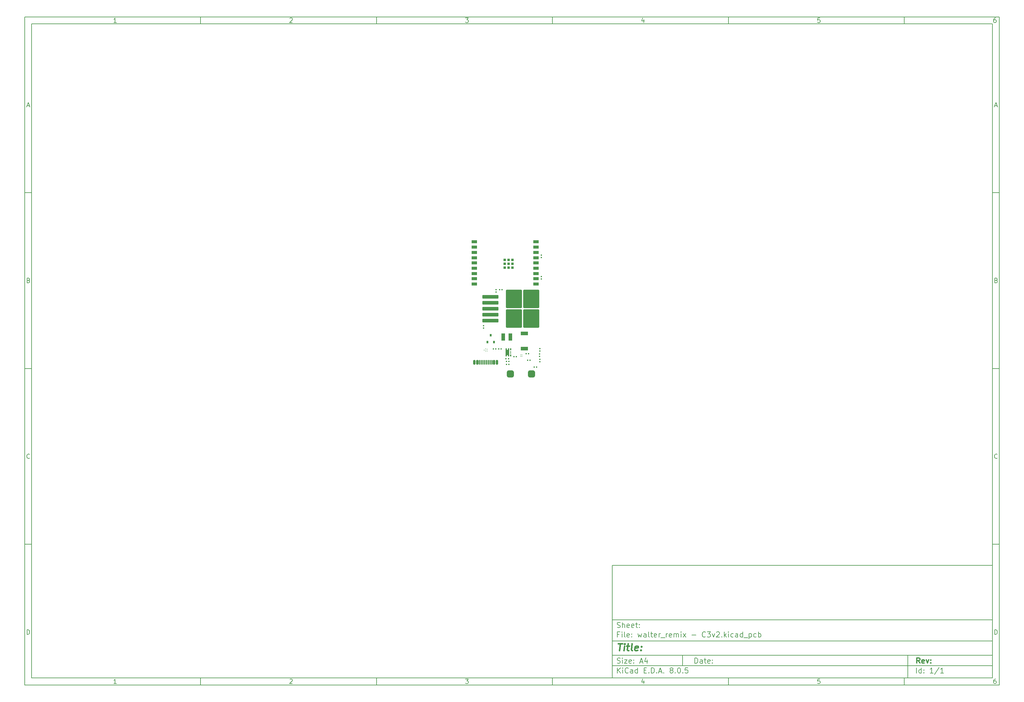
<source format=gbr>
%TF.GenerationSoftware,KiCad,Pcbnew,8.0.5*%
%TF.CreationDate,2024-12-27T02:30:01+01:00*%
%TF.ProjectId,walter_remix - C3v2,77616c74-6572-45f7-9265-6d6978202d20,rev?*%
%TF.SameCoordinates,Original*%
%TF.FileFunction,Paste,Top*%
%TF.FilePolarity,Positive*%
%FSLAX45Y45*%
G04 Gerber Fmt 4.5, Leading zero omitted, Abs format (unit mm)*
G04 Created by KiCad (PCBNEW 8.0.5) date 2024-12-27 02:30:01*
%MOMM*%
%LPD*%
G01*
G04 APERTURE LIST*
G04 Aperture macros list*
%AMRoundRect*
0 Rectangle with rounded corners*
0 $1 Rounding radius*
0 $2 $3 $4 $5 $6 $7 $8 $9 X,Y pos of 4 corners*
0 Add a 4 corners polygon primitive as box body*
4,1,4,$2,$3,$4,$5,$6,$7,$8,$9,$2,$3,0*
0 Add four circle primitives for the rounded corners*
1,1,$1+$1,$2,$3*
1,1,$1+$1,$4,$5*
1,1,$1+$1,$6,$7*
1,1,$1+$1,$8,$9*
0 Add four rect primitives between the rounded corners*
20,1,$1+$1,$2,$3,$4,$5,0*
20,1,$1+$1,$4,$5,$6,$7,0*
20,1,$1+$1,$6,$7,$8,$9,0*
20,1,$1+$1,$8,$9,$2,$3,0*%
G04 Aperture macros list end*
%ADD10C,0.100000*%
%ADD11C,0.150000*%
%ADD12C,0.300000*%
%ADD13C,0.400000*%
%ADD14R,1.500000X0.900000*%
%ADD15R,0.700000X0.700000*%
%ADD16R,0.600000X0.700000*%
%ADD17R,0.180000X0.250000*%
%ADD18RoundRect,0.079500X-0.079500X-0.100500X0.079500X-0.100500X0.079500X0.100500X-0.079500X0.100500X0*%
%ADD19RoundRect,0.079500X0.079500X0.100500X-0.079500X0.100500X-0.079500X-0.100500X0.079500X-0.100500X0*%
%ADD20RoundRect,0.079500X0.100500X-0.079500X0.100500X0.079500X-0.100500X0.079500X-0.100500X-0.079500X0*%
%ADD21RoundRect,0.079500X-0.100500X0.079500X-0.100500X-0.079500X0.100500X-0.079500X0.100500X0.079500X0*%
%ADD22RoundRect,0.250000X-2.050000X-0.300000X2.050000X-0.300000X2.050000X0.300000X-2.050000X0.300000X0*%
%ADD23RoundRect,0.250000X-2.025000X-2.375000X2.025000X-2.375000X2.025000X2.375000X-2.025000X2.375000X0*%
%ADD24R,0.400000X0.500000*%
%ADD25R,1.050000X1.600000*%
%ADD26R,0.285000X0.920000*%
%ADD27R,1.000000X2.000000*%
%ADD28RoundRect,0.150000X-0.150000X-0.500000X0.150000X-0.500000X0.150000X0.500000X-0.150000X0.500000X0*%
%ADD29RoundRect,0.075000X-0.075000X-0.575000X0.075000X-0.575000X0.075000X0.575000X-0.075000X0.575000X0*%
%ADD30C,0.200000*%
%ADD31R,2.000000X1.000000*%
%ADD32RoundRect,0.500000X-0.500000X-0.500000X0.500000X-0.500000X0.500000X0.500000X-0.500000X0.500000X0*%
G04 APERTURE END LIST*
D10*
D11*
X17700220Y-16600720D02*
X28500220Y-16600720D01*
X28500220Y-19800720D01*
X17700220Y-19800720D01*
X17700220Y-16600720D01*
D10*
D11*
X1000000Y-1000000D02*
X28700220Y-1000000D01*
X28700220Y-20000720D01*
X1000000Y-20000720D01*
X1000000Y-1000000D01*
D10*
D11*
X1200000Y-1200000D02*
X28500220Y-1200000D01*
X28500220Y-19800720D01*
X1200000Y-19800720D01*
X1200000Y-1200000D01*
D10*
D11*
X6000000Y-1200000D02*
X6000000Y-1000000D01*
D10*
D11*
X11000000Y-1200000D02*
X11000000Y-1000000D01*
D10*
D11*
X16000000Y-1200000D02*
X16000000Y-1000000D01*
D10*
D11*
X21000000Y-1200000D02*
X21000000Y-1000000D01*
D10*
D11*
X26000000Y-1200000D02*
X26000000Y-1000000D01*
D10*
D11*
X3608916Y-1159360D02*
X3534630Y-1159360D01*
X3571773Y-1159360D02*
X3571773Y-1029360D01*
X3571773Y-1029360D02*
X3559392Y-1047932D01*
X3559392Y-1047932D02*
X3547011Y-1060313D01*
X3547011Y-1060313D02*
X3534630Y-1066503D01*
D10*
D11*
X8534630Y-1041741D02*
X8540821Y-1035551D01*
X8540821Y-1035551D02*
X8553202Y-1029360D01*
X8553202Y-1029360D02*
X8584154Y-1029360D01*
X8584154Y-1029360D02*
X8596535Y-1035551D01*
X8596535Y-1035551D02*
X8602726Y-1041741D01*
X8602726Y-1041741D02*
X8608916Y-1054122D01*
X8608916Y-1054122D02*
X8608916Y-1066503D01*
X8608916Y-1066503D02*
X8602726Y-1085075D01*
X8602726Y-1085075D02*
X8528440Y-1159360D01*
X8528440Y-1159360D02*
X8608916Y-1159360D01*
D10*
D11*
X13528440Y-1029360D02*
X13608916Y-1029360D01*
X13608916Y-1029360D02*
X13565583Y-1078884D01*
X13565583Y-1078884D02*
X13584154Y-1078884D01*
X13584154Y-1078884D02*
X13596535Y-1085075D01*
X13596535Y-1085075D02*
X13602725Y-1091265D01*
X13602725Y-1091265D02*
X13608916Y-1103646D01*
X13608916Y-1103646D02*
X13608916Y-1134599D01*
X13608916Y-1134599D02*
X13602725Y-1146980D01*
X13602725Y-1146980D02*
X13596535Y-1153170D01*
X13596535Y-1153170D02*
X13584154Y-1159360D01*
X13584154Y-1159360D02*
X13547011Y-1159360D01*
X13547011Y-1159360D02*
X13534630Y-1153170D01*
X13534630Y-1153170D02*
X13528440Y-1146980D01*
D10*
D11*
X18596535Y-1072694D02*
X18596535Y-1159360D01*
X18565583Y-1023170D02*
X18534630Y-1116027D01*
X18534630Y-1116027D02*
X18615106Y-1116027D01*
D10*
D11*
X23602725Y-1029360D02*
X23540821Y-1029360D01*
X23540821Y-1029360D02*
X23534630Y-1091265D01*
X23534630Y-1091265D02*
X23540821Y-1085075D01*
X23540821Y-1085075D02*
X23553202Y-1078884D01*
X23553202Y-1078884D02*
X23584154Y-1078884D01*
X23584154Y-1078884D02*
X23596535Y-1085075D01*
X23596535Y-1085075D02*
X23602725Y-1091265D01*
X23602725Y-1091265D02*
X23608916Y-1103646D01*
X23608916Y-1103646D02*
X23608916Y-1134599D01*
X23608916Y-1134599D02*
X23602725Y-1146980D01*
X23602725Y-1146980D02*
X23596535Y-1153170D01*
X23596535Y-1153170D02*
X23584154Y-1159360D01*
X23584154Y-1159360D02*
X23553202Y-1159360D01*
X23553202Y-1159360D02*
X23540821Y-1153170D01*
X23540821Y-1153170D02*
X23534630Y-1146980D01*
D10*
D11*
X28596535Y-1029360D02*
X28571773Y-1029360D01*
X28571773Y-1029360D02*
X28559392Y-1035551D01*
X28559392Y-1035551D02*
X28553202Y-1041741D01*
X28553202Y-1041741D02*
X28540821Y-1060313D01*
X28540821Y-1060313D02*
X28534630Y-1085075D01*
X28534630Y-1085075D02*
X28534630Y-1134599D01*
X28534630Y-1134599D02*
X28540821Y-1146980D01*
X28540821Y-1146980D02*
X28547011Y-1153170D01*
X28547011Y-1153170D02*
X28559392Y-1159360D01*
X28559392Y-1159360D02*
X28584154Y-1159360D01*
X28584154Y-1159360D02*
X28596535Y-1153170D01*
X28596535Y-1153170D02*
X28602725Y-1146980D01*
X28602725Y-1146980D02*
X28608916Y-1134599D01*
X28608916Y-1134599D02*
X28608916Y-1103646D01*
X28608916Y-1103646D02*
X28602725Y-1091265D01*
X28602725Y-1091265D02*
X28596535Y-1085075D01*
X28596535Y-1085075D02*
X28584154Y-1078884D01*
X28584154Y-1078884D02*
X28559392Y-1078884D01*
X28559392Y-1078884D02*
X28547011Y-1085075D01*
X28547011Y-1085075D02*
X28540821Y-1091265D01*
X28540821Y-1091265D02*
X28534630Y-1103646D01*
D10*
D11*
X6000000Y-19800720D02*
X6000000Y-20000720D01*
D10*
D11*
X11000000Y-19800720D02*
X11000000Y-20000720D01*
D10*
D11*
X16000000Y-19800720D02*
X16000000Y-20000720D01*
D10*
D11*
X21000000Y-19800720D02*
X21000000Y-20000720D01*
D10*
D11*
X26000000Y-19800720D02*
X26000000Y-20000720D01*
D10*
D11*
X3608916Y-19960080D02*
X3534630Y-19960080D01*
X3571773Y-19960080D02*
X3571773Y-19830080D01*
X3571773Y-19830080D02*
X3559392Y-19848652D01*
X3559392Y-19848652D02*
X3547011Y-19861033D01*
X3547011Y-19861033D02*
X3534630Y-19867223D01*
D10*
D11*
X8534630Y-19842461D02*
X8540821Y-19836271D01*
X8540821Y-19836271D02*
X8553202Y-19830080D01*
X8553202Y-19830080D02*
X8584154Y-19830080D01*
X8584154Y-19830080D02*
X8596535Y-19836271D01*
X8596535Y-19836271D02*
X8602726Y-19842461D01*
X8602726Y-19842461D02*
X8608916Y-19854842D01*
X8608916Y-19854842D02*
X8608916Y-19867223D01*
X8608916Y-19867223D02*
X8602726Y-19885795D01*
X8602726Y-19885795D02*
X8528440Y-19960080D01*
X8528440Y-19960080D02*
X8608916Y-19960080D01*
D10*
D11*
X13528440Y-19830080D02*
X13608916Y-19830080D01*
X13608916Y-19830080D02*
X13565583Y-19879604D01*
X13565583Y-19879604D02*
X13584154Y-19879604D01*
X13584154Y-19879604D02*
X13596535Y-19885795D01*
X13596535Y-19885795D02*
X13602725Y-19891985D01*
X13602725Y-19891985D02*
X13608916Y-19904366D01*
X13608916Y-19904366D02*
X13608916Y-19935319D01*
X13608916Y-19935319D02*
X13602725Y-19947700D01*
X13602725Y-19947700D02*
X13596535Y-19953890D01*
X13596535Y-19953890D02*
X13584154Y-19960080D01*
X13584154Y-19960080D02*
X13547011Y-19960080D01*
X13547011Y-19960080D02*
X13534630Y-19953890D01*
X13534630Y-19953890D02*
X13528440Y-19947700D01*
D10*
D11*
X18596535Y-19873414D02*
X18596535Y-19960080D01*
X18565583Y-19823890D02*
X18534630Y-19916747D01*
X18534630Y-19916747D02*
X18615106Y-19916747D01*
D10*
D11*
X23602725Y-19830080D02*
X23540821Y-19830080D01*
X23540821Y-19830080D02*
X23534630Y-19891985D01*
X23534630Y-19891985D02*
X23540821Y-19885795D01*
X23540821Y-19885795D02*
X23553202Y-19879604D01*
X23553202Y-19879604D02*
X23584154Y-19879604D01*
X23584154Y-19879604D02*
X23596535Y-19885795D01*
X23596535Y-19885795D02*
X23602725Y-19891985D01*
X23602725Y-19891985D02*
X23608916Y-19904366D01*
X23608916Y-19904366D02*
X23608916Y-19935319D01*
X23608916Y-19935319D02*
X23602725Y-19947700D01*
X23602725Y-19947700D02*
X23596535Y-19953890D01*
X23596535Y-19953890D02*
X23584154Y-19960080D01*
X23584154Y-19960080D02*
X23553202Y-19960080D01*
X23553202Y-19960080D02*
X23540821Y-19953890D01*
X23540821Y-19953890D02*
X23534630Y-19947700D01*
D10*
D11*
X28596535Y-19830080D02*
X28571773Y-19830080D01*
X28571773Y-19830080D02*
X28559392Y-19836271D01*
X28559392Y-19836271D02*
X28553202Y-19842461D01*
X28553202Y-19842461D02*
X28540821Y-19861033D01*
X28540821Y-19861033D02*
X28534630Y-19885795D01*
X28534630Y-19885795D02*
X28534630Y-19935319D01*
X28534630Y-19935319D02*
X28540821Y-19947700D01*
X28540821Y-19947700D02*
X28547011Y-19953890D01*
X28547011Y-19953890D02*
X28559392Y-19960080D01*
X28559392Y-19960080D02*
X28584154Y-19960080D01*
X28584154Y-19960080D02*
X28596535Y-19953890D01*
X28596535Y-19953890D02*
X28602725Y-19947700D01*
X28602725Y-19947700D02*
X28608916Y-19935319D01*
X28608916Y-19935319D02*
X28608916Y-19904366D01*
X28608916Y-19904366D02*
X28602725Y-19891985D01*
X28602725Y-19891985D02*
X28596535Y-19885795D01*
X28596535Y-19885795D02*
X28584154Y-19879604D01*
X28584154Y-19879604D02*
X28559392Y-19879604D01*
X28559392Y-19879604D02*
X28547011Y-19885795D01*
X28547011Y-19885795D02*
X28540821Y-19891985D01*
X28540821Y-19891985D02*
X28534630Y-19904366D01*
D10*
D11*
X1000000Y-6000000D02*
X1200000Y-6000000D01*
D10*
D11*
X1000000Y-11000000D02*
X1200000Y-11000000D01*
D10*
D11*
X1000000Y-16000000D02*
X1200000Y-16000000D01*
D10*
D11*
X1069048Y-3522218D02*
X1130952Y-3522218D01*
X1056667Y-3559360D02*
X1100000Y-3429360D01*
X1100000Y-3429360D02*
X1143333Y-3559360D01*
D10*
D11*
X1109286Y-8491265D02*
X1127857Y-8497456D01*
X1127857Y-8497456D02*
X1134048Y-8503646D01*
X1134048Y-8503646D02*
X1140238Y-8516027D01*
X1140238Y-8516027D02*
X1140238Y-8534599D01*
X1140238Y-8534599D02*
X1134048Y-8546980D01*
X1134048Y-8546980D02*
X1127857Y-8553170D01*
X1127857Y-8553170D02*
X1115476Y-8559360D01*
X1115476Y-8559360D02*
X1065952Y-8559360D01*
X1065952Y-8559360D02*
X1065952Y-8429360D01*
X1065952Y-8429360D02*
X1109286Y-8429360D01*
X1109286Y-8429360D02*
X1121667Y-8435551D01*
X1121667Y-8435551D02*
X1127857Y-8441741D01*
X1127857Y-8441741D02*
X1134048Y-8454122D01*
X1134048Y-8454122D02*
X1134048Y-8466503D01*
X1134048Y-8466503D02*
X1127857Y-8478884D01*
X1127857Y-8478884D02*
X1121667Y-8485075D01*
X1121667Y-8485075D02*
X1109286Y-8491265D01*
X1109286Y-8491265D02*
X1065952Y-8491265D01*
D10*
D11*
X1140238Y-13546979D02*
X1134048Y-13553170D01*
X1134048Y-13553170D02*
X1115476Y-13559360D01*
X1115476Y-13559360D02*
X1103095Y-13559360D01*
X1103095Y-13559360D02*
X1084524Y-13553170D01*
X1084524Y-13553170D02*
X1072143Y-13540789D01*
X1072143Y-13540789D02*
X1065952Y-13528408D01*
X1065952Y-13528408D02*
X1059762Y-13503646D01*
X1059762Y-13503646D02*
X1059762Y-13485075D01*
X1059762Y-13485075D02*
X1065952Y-13460313D01*
X1065952Y-13460313D02*
X1072143Y-13447932D01*
X1072143Y-13447932D02*
X1084524Y-13435551D01*
X1084524Y-13435551D02*
X1103095Y-13429360D01*
X1103095Y-13429360D02*
X1115476Y-13429360D01*
X1115476Y-13429360D02*
X1134048Y-13435551D01*
X1134048Y-13435551D02*
X1140238Y-13441741D01*
D10*
D11*
X1065952Y-18559360D02*
X1065952Y-18429360D01*
X1065952Y-18429360D02*
X1096905Y-18429360D01*
X1096905Y-18429360D02*
X1115476Y-18435551D01*
X1115476Y-18435551D02*
X1127857Y-18447932D01*
X1127857Y-18447932D02*
X1134048Y-18460313D01*
X1134048Y-18460313D02*
X1140238Y-18485075D01*
X1140238Y-18485075D02*
X1140238Y-18503646D01*
X1140238Y-18503646D02*
X1134048Y-18528408D01*
X1134048Y-18528408D02*
X1127857Y-18540789D01*
X1127857Y-18540789D02*
X1115476Y-18553170D01*
X1115476Y-18553170D02*
X1096905Y-18559360D01*
X1096905Y-18559360D02*
X1065952Y-18559360D01*
D10*
D11*
X28700220Y-6000000D02*
X28500220Y-6000000D01*
D10*
D11*
X28700220Y-11000000D02*
X28500220Y-11000000D01*
D10*
D11*
X28700220Y-16000000D02*
X28500220Y-16000000D01*
D10*
D11*
X28569268Y-3522218D02*
X28631172Y-3522218D01*
X28556887Y-3559360D02*
X28600220Y-3429360D01*
X28600220Y-3429360D02*
X28643553Y-3559360D01*
D10*
D11*
X28609506Y-8491265D02*
X28628077Y-8497456D01*
X28628077Y-8497456D02*
X28634268Y-8503646D01*
X28634268Y-8503646D02*
X28640458Y-8516027D01*
X28640458Y-8516027D02*
X28640458Y-8534599D01*
X28640458Y-8534599D02*
X28634268Y-8546980D01*
X28634268Y-8546980D02*
X28628077Y-8553170D01*
X28628077Y-8553170D02*
X28615696Y-8559360D01*
X28615696Y-8559360D02*
X28566172Y-8559360D01*
X28566172Y-8559360D02*
X28566172Y-8429360D01*
X28566172Y-8429360D02*
X28609506Y-8429360D01*
X28609506Y-8429360D02*
X28621887Y-8435551D01*
X28621887Y-8435551D02*
X28628077Y-8441741D01*
X28628077Y-8441741D02*
X28634268Y-8454122D01*
X28634268Y-8454122D02*
X28634268Y-8466503D01*
X28634268Y-8466503D02*
X28628077Y-8478884D01*
X28628077Y-8478884D02*
X28621887Y-8485075D01*
X28621887Y-8485075D02*
X28609506Y-8491265D01*
X28609506Y-8491265D02*
X28566172Y-8491265D01*
D10*
D11*
X28640458Y-13546979D02*
X28634268Y-13553170D01*
X28634268Y-13553170D02*
X28615696Y-13559360D01*
X28615696Y-13559360D02*
X28603315Y-13559360D01*
X28603315Y-13559360D02*
X28584744Y-13553170D01*
X28584744Y-13553170D02*
X28572363Y-13540789D01*
X28572363Y-13540789D02*
X28566172Y-13528408D01*
X28566172Y-13528408D02*
X28559982Y-13503646D01*
X28559982Y-13503646D02*
X28559982Y-13485075D01*
X28559982Y-13485075D02*
X28566172Y-13460313D01*
X28566172Y-13460313D02*
X28572363Y-13447932D01*
X28572363Y-13447932D02*
X28584744Y-13435551D01*
X28584744Y-13435551D02*
X28603315Y-13429360D01*
X28603315Y-13429360D02*
X28615696Y-13429360D01*
X28615696Y-13429360D02*
X28634268Y-13435551D01*
X28634268Y-13435551D02*
X28640458Y-13441741D01*
D10*
D11*
X28566172Y-18559360D02*
X28566172Y-18429360D01*
X28566172Y-18429360D02*
X28597125Y-18429360D01*
X28597125Y-18429360D02*
X28615696Y-18435551D01*
X28615696Y-18435551D02*
X28628077Y-18447932D01*
X28628077Y-18447932D02*
X28634268Y-18460313D01*
X28634268Y-18460313D02*
X28640458Y-18485075D01*
X28640458Y-18485075D02*
X28640458Y-18503646D01*
X28640458Y-18503646D02*
X28634268Y-18528408D01*
X28634268Y-18528408D02*
X28628077Y-18540789D01*
X28628077Y-18540789D02*
X28615696Y-18553170D01*
X28615696Y-18553170D02*
X28597125Y-18559360D01*
X28597125Y-18559360D02*
X28566172Y-18559360D01*
D10*
D11*
X20045803Y-19379333D02*
X20045803Y-19229333D01*
X20045803Y-19229333D02*
X20081517Y-19229333D01*
X20081517Y-19229333D02*
X20102946Y-19236476D01*
X20102946Y-19236476D02*
X20117231Y-19250761D01*
X20117231Y-19250761D02*
X20124374Y-19265047D01*
X20124374Y-19265047D02*
X20131517Y-19293619D01*
X20131517Y-19293619D02*
X20131517Y-19315047D01*
X20131517Y-19315047D02*
X20124374Y-19343619D01*
X20124374Y-19343619D02*
X20117231Y-19357904D01*
X20117231Y-19357904D02*
X20102946Y-19372190D01*
X20102946Y-19372190D02*
X20081517Y-19379333D01*
X20081517Y-19379333D02*
X20045803Y-19379333D01*
X20260088Y-19379333D02*
X20260088Y-19300761D01*
X20260088Y-19300761D02*
X20252946Y-19286476D01*
X20252946Y-19286476D02*
X20238660Y-19279333D01*
X20238660Y-19279333D02*
X20210088Y-19279333D01*
X20210088Y-19279333D02*
X20195803Y-19286476D01*
X20260088Y-19372190D02*
X20245803Y-19379333D01*
X20245803Y-19379333D02*
X20210088Y-19379333D01*
X20210088Y-19379333D02*
X20195803Y-19372190D01*
X20195803Y-19372190D02*
X20188660Y-19357904D01*
X20188660Y-19357904D02*
X20188660Y-19343619D01*
X20188660Y-19343619D02*
X20195803Y-19329333D01*
X20195803Y-19329333D02*
X20210088Y-19322190D01*
X20210088Y-19322190D02*
X20245803Y-19322190D01*
X20245803Y-19322190D02*
X20260088Y-19315047D01*
X20310088Y-19279333D02*
X20367231Y-19279333D01*
X20331517Y-19229333D02*
X20331517Y-19357904D01*
X20331517Y-19357904D02*
X20338660Y-19372190D01*
X20338660Y-19372190D02*
X20352946Y-19379333D01*
X20352946Y-19379333D02*
X20367231Y-19379333D01*
X20474374Y-19372190D02*
X20460088Y-19379333D01*
X20460088Y-19379333D02*
X20431517Y-19379333D01*
X20431517Y-19379333D02*
X20417231Y-19372190D01*
X20417231Y-19372190D02*
X20410088Y-19357904D01*
X20410088Y-19357904D02*
X20410088Y-19300761D01*
X20410088Y-19300761D02*
X20417231Y-19286476D01*
X20417231Y-19286476D02*
X20431517Y-19279333D01*
X20431517Y-19279333D02*
X20460088Y-19279333D01*
X20460088Y-19279333D02*
X20474374Y-19286476D01*
X20474374Y-19286476D02*
X20481517Y-19300761D01*
X20481517Y-19300761D02*
X20481517Y-19315047D01*
X20481517Y-19315047D02*
X20410088Y-19329333D01*
X20545803Y-19365047D02*
X20552946Y-19372190D01*
X20552946Y-19372190D02*
X20545803Y-19379333D01*
X20545803Y-19379333D02*
X20538660Y-19372190D01*
X20538660Y-19372190D02*
X20545803Y-19365047D01*
X20545803Y-19365047D02*
X20545803Y-19379333D01*
X20545803Y-19286476D02*
X20552946Y-19293619D01*
X20552946Y-19293619D02*
X20545803Y-19300761D01*
X20545803Y-19300761D02*
X20538660Y-19293619D01*
X20538660Y-19293619D02*
X20545803Y-19286476D01*
X20545803Y-19286476D02*
X20545803Y-19300761D01*
D10*
D11*
X17700220Y-19450720D02*
X28500220Y-19450720D01*
D10*
D11*
X17845803Y-19659333D02*
X17845803Y-19509333D01*
X17931517Y-19659333D02*
X17867231Y-19573619D01*
X17931517Y-19509333D02*
X17845803Y-19595047D01*
X17995803Y-19659333D02*
X17995803Y-19559333D01*
X17995803Y-19509333D02*
X17988660Y-19516476D01*
X17988660Y-19516476D02*
X17995803Y-19523619D01*
X17995803Y-19523619D02*
X18002946Y-19516476D01*
X18002946Y-19516476D02*
X17995803Y-19509333D01*
X17995803Y-19509333D02*
X17995803Y-19523619D01*
X18152946Y-19645047D02*
X18145803Y-19652190D01*
X18145803Y-19652190D02*
X18124374Y-19659333D01*
X18124374Y-19659333D02*
X18110088Y-19659333D01*
X18110088Y-19659333D02*
X18088660Y-19652190D01*
X18088660Y-19652190D02*
X18074374Y-19637904D01*
X18074374Y-19637904D02*
X18067231Y-19623619D01*
X18067231Y-19623619D02*
X18060088Y-19595047D01*
X18060088Y-19595047D02*
X18060088Y-19573619D01*
X18060088Y-19573619D02*
X18067231Y-19545047D01*
X18067231Y-19545047D02*
X18074374Y-19530761D01*
X18074374Y-19530761D02*
X18088660Y-19516476D01*
X18088660Y-19516476D02*
X18110088Y-19509333D01*
X18110088Y-19509333D02*
X18124374Y-19509333D01*
X18124374Y-19509333D02*
X18145803Y-19516476D01*
X18145803Y-19516476D02*
X18152946Y-19523619D01*
X18281517Y-19659333D02*
X18281517Y-19580761D01*
X18281517Y-19580761D02*
X18274374Y-19566476D01*
X18274374Y-19566476D02*
X18260088Y-19559333D01*
X18260088Y-19559333D02*
X18231517Y-19559333D01*
X18231517Y-19559333D02*
X18217231Y-19566476D01*
X18281517Y-19652190D02*
X18267231Y-19659333D01*
X18267231Y-19659333D02*
X18231517Y-19659333D01*
X18231517Y-19659333D02*
X18217231Y-19652190D01*
X18217231Y-19652190D02*
X18210088Y-19637904D01*
X18210088Y-19637904D02*
X18210088Y-19623619D01*
X18210088Y-19623619D02*
X18217231Y-19609333D01*
X18217231Y-19609333D02*
X18231517Y-19602190D01*
X18231517Y-19602190D02*
X18267231Y-19602190D01*
X18267231Y-19602190D02*
X18281517Y-19595047D01*
X18417231Y-19659333D02*
X18417231Y-19509333D01*
X18417231Y-19652190D02*
X18402946Y-19659333D01*
X18402946Y-19659333D02*
X18374374Y-19659333D01*
X18374374Y-19659333D02*
X18360088Y-19652190D01*
X18360088Y-19652190D02*
X18352946Y-19645047D01*
X18352946Y-19645047D02*
X18345803Y-19630761D01*
X18345803Y-19630761D02*
X18345803Y-19587904D01*
X18345803Y-19587904D02*
X18352946Y-19573619D01*
X18352946Y-19573619D02*
X18360088Y-19566476D01*
X18360088Y-19566476D02*
X18374374Y-19559333D01*
X18374374Y-19559333D02*
X18402946Y-19559333D01*
X18402946Y-19559333D02*
X18417231Y-19566476D01*
X18602946Y-19580761D02*
X18652946Y-19580761D01*
X18674374Y-19659333D02*
X18602946Y-19659333D01*
X18602946Y-19659333D02*
X18602946Y-19509333D01*
X18602946Y-19509333D02*
X18674374Y-19509333D01*
X18738660Y-19645047D02*
X18745803Y-19652190D01*
X18745803Y-19652190D02*
X18738660Y-19659333D01*
X18738660Y-19659333D02*
X18731517Y-19652190D01*
X18731517Y-19652190D02*
X18738660Y-19645047D01*
X18738660Y-19645047D02*
X18738660Y-19659333D01*
X18810088Y-19659333D02*
X18810088Y-19509333D01*
X18810088Y-19509333D02*
X18845803Y-19509333D01*
X18845803Y-19509333D02*
X18867231Y-19516476D01*
X18867231Y-19516476D02*
X18881517Y-19530761D01*
X18881517Y-19530761D02*
X18888660Y-19545047D01*
X18888660Y-19545047D02*
X18895803Y-19573619D01*
X18895803Y-19573619D02*
X18895803Y-19595047D01*
X18895803Y-19595047D02*
X18888660Y-19623619D01*
X18888660Y-19623619D02*
X18881517Y-19637904D01*
X18881517Y-19637904D02*
X18867231Y-19652190D01*
X18867231Y-19652190D02*
X18845803Y-19659333D01*
X18845803Y-19659333D02*
X18810088Y-19659333D01*
X18960088Y-19645047D02*
X18967231Y-19652190D01*
X18967231Y-19652190D02*
X18960088Y-19659333D01*
X18960088Y-19659333D02*
X18952946Y-19652190D01*
X18952946Y-19652190D02*
X18960088Y-19645047D01*
X18960088Y-19645047D02*
X18960088Y-19659333D01*
X19024374Y-19616476D02*
X19095803Y-19616476D01*
X19010089Y-19659333D02*
X19060089Y-19509333D01*
X19060089Y-19509333D02*
X19110089Y-19659333D01*
X19160088Y-19645047D02*
X19167231Y-19652190D01*
X19167231Y-19652190D02*
X19160088Y-19659333D01*
X19160088Y-19659333D02*
X19152946Y-19652190D01*
X19152946Y-19652190D02*
X19160088Y-19645047D01*
X19160088Y-19645047D02*
X19160088Y-19659333D01*
X19367231Y-19573619D02*
X19352946Y-19566476D01*
X19352946Y-19566476D02*
X19345803Y-19559333D01*
X19345803Y-19559333D02*
X19338660Y-19545047D01*
X19338660Y-19545047D02*
X19338660Y-19537904D01*
X19338660Y-19537904D02*
X19345803Y-19523619D01*
X19345803Y-19523619D02*
X19352946Y-19516476D01*
X19352946Y-19516476D02*
X19367231Y-19509333D01*
X19367231Y-19509333D02*
X19395803Y-19509333D01*
X19395803Y-19509333D02*
X19410089Y-19516476D01*
X19410089Y-19516476D02*
X19417231Y-19523619D01*
X19417231Y-19523619D02*
X19424374Y-19537904D01*
X19424374Y-19537904D02*
X19424374Y-19545047D01*
X19424374Y-19545047D02*
X19417231Y-19559333D01*
X19417231Y-19559333D02*
X19410089Y-19566476D01*
X19410089Y-19566476D02*
X19395803Y-19573619D01*
X19395803Y-19573619D02*
X19367231Y-19573619D01*
X19367231Y-19573619D02*
X19352946Y-19580761D01*
X19352946Y-19580761D02*
X19345803Y-19587904D01*
X19345803Y-19587904D02*
X19338660Y-19602190D01*
X19338660Y-19602190D02*
X19338660Y-19630761D01*
X19338660Y-19630761D02*
X19345803Y-19645047D01*
X19345803Y-19645047D02*
X19352946Y-19652190D01*
X19352946Y-19652190D02*
X19367231Y-19659333D01*
X19367231Y-19659333D02*
X19395803Y-19659333D01*
X19395803Y-19659333D02*
X19410089Y-19652190D01*
X19410089Y-19652190D02*
X19417231Y-19645047D01*
X19417231Y-19645047D02*
X19424374Y-19630761D01*
X19424374Y-19630761D02*
X19424374Y-19602190D01*
X19424374Y-19602190D02*
X19417231Y-19587904D01*
X19417231Y-19587904D02*
X19410089Y-19580761D01*
X19410089Y-19580761D02*
X19395803Y-19573619D01*
X19488660Y-19645047D02*
X19495803Y-19652190D01*
X19495803Y-19652190D02*
X19488660Y-19659333D01*
X19488660Y-19659333D02*
X19481517Y-19652190D01*
X19481517Y-19652190D02*
X19488660Y-19645047D01*
X19488660Y-19645047D02*
X19488660Y-19659333D01*
X19588660Y-19509333D02*
X19602946Y-19509333D01*
X19602946Y-19509333D02*
X19617231Y-19516476D01*
X19617231Y-19516476D02*
X19624374Y-19523619D01*
X19624374Y-19523619D02*
X19631517Y-19537904D01*
X19631517Y-19537904D02*
X19638660Y-19566476D01*
X19638660Y-19566476D02*
X19638660Y-19602190D01*
X19638660Y-19602190D02*
X19631517Y-19630761D01*
X19631517Y-19630761D02*
X19624374Y-19645047D01*
X19624374Y-19645047D02*
X19617231Y-19652190D01*
X19617231Y-19652190D02*
X19602946Y-19659333D01*
X19602946Y-19659333D02*
X19588660Y-19659333D01*
X19588660Y-19659333D02*
X19574374Y-19652190D01*
X19574374Y-19652190D02*
X19567231Y-19645047D01*
X19567231Y-19645047D02*
X19560088Y-19630761D01*
X19560088Y-19630761D02*
X19552946Y-19602190D01*
X19552946Y-19602190D02*
X19552946Y-19566476D01*
X19552946Y-19566476D02*
X19560088Y-19537904D01*
X19560088Y-19537904D02*
X19567231Y-19523619D01*
X19567231Y-19523619D02*
X19574374Y-19516476D01*
X19574374Y-19516476D02*
X19588660Y-19509333D01*
X19702946Y-19645047D02*
X19710088Y-19652190D01*
X19710088Y-19652190D02*
X19702946Y-19659333D01*
X19702946Y-19659333D02*
X19695803Y-19652190D01*
X19695803Y-19652190D02*
X19702946Y-19645047D01*
X19702946Y-19645047D02*
X19702946Y-19659333D01*
X19845803Y-19509333D02*
X19774374Y-19509333D01*
X19774374Y-19509333D02*
X19767231Y-19580761D01*
X19767231Y-19580761D02*
X19774374Y-19573619D01*
X19774374Y-19573619D02*
X19788660Y-19566476D01*
X19788660Y-19566476D02*
X19824374Y-19566476D01*
X19824374Y-19566476D02*
X19838660Y-19573619D01*
X19838660Y-19573619D02*
X19845803Y-19580761D01*
X19845803Y-19580761D02*
X19852946Y-19595047D01*
X19852946Y-19595047D02*
X19852946Y-19630761D01*
X19852946Y-19630761D02*
X19845803Y-19645047D01*
X19845803Y-19645047D02*
X19838660Y-19652190D01*
X19838660Y-19652190D02*
X19824374Y-19659333D01*
X19824374Y-19659333D02*
X19788660Y-19659333D01*
X19788660Y-19659333D02*
X19774374Y-19652190D01*
X19774374Y-19652190D02*
X19767231Y-19645047D01*
D10*
D11*
X17700220Y-19150720D02*
X28500220Y-19150720D01*
D10*
D12*
X26441385Y-19378553D02*
X26391385Y-19307124D01*
X26355671Y-19378553D02*
X26355671Y-19228553D01*
X26355671Y-19228553D02*
X26412814Y-19228553D01*
X26412814Y-19228553D02*
X26427100Y-19235696D01*
X26427100Y-19235696D02*
X26434242Y-19242839D01*
X26434242Y-19242839D02*
X26441385Y-19257124D01*
X26441385Y-19257124D02*
X26441385Y-19278553D01*
X26441385Y-19278553D02*
X26434242Y-19292839D01*
X26434242Y-19292839D02*
X26427100Y-19299981D01*
X26427100Y-19299981D02*
X26412814Y-19307124D01*
X26412814Y-19307124D02*
X26355671Y-19307124D01*
X26562814Y-19371410D02*
X26548528Y-19378553D01*
X26548528Y-19378553D02*
X26519957Y-19378553D01*
X26519957Y-19378553D02*
X26505671Y-19371410D01*
X26505671Y-19371410D02*
X26498528Y-19357124D01*
X26498528Y-19357124D02*
X26498528Y-19299981D01*
X26498528Y-19299981D02*
X26505671Y-19285696D01*
X26505671Y-19285696D02*
X26519957Y-19278553D01*
X26519957Y-19278553D02*
X26548528Y-19278553D01*
X26548528Y-19278553D02*
X26562814Y-19285696D01*
X26562814Y-19285696D02*
X26569957Y-19299981D01*
X26569957Y-19299981D02*
X26569957Y-19314267D01*
X26569957Y-19314267D02*
X26498528Y-19328553D01*
X26619957Y-19278553D02*
X26655671Y-19378553D01*
X26655671Y-19378553D02*
X26691385Y-19278553D01*
X26748528Y-19364267D02*
X26755671Y-19371410D01*
X26755671Y-19371410D02*
X26748528Y-19378553D01*
X26748528Y-19378553D02*
X26741385Y-19371410D01*
X26741385Y-19371410D02*
X26748528Y-19364267D01*
X26748528Y-19364267D02*
X26748528Y-19378553D01*
X26748528Y-19285696D02*
X26755671Y-19292839D01*
X26755671Y-19292839D02*
X26748528Y-19299981D01*
X26748528Y-19299981D02*
X26741385Y-19292839D01*
X26741385Y-19292839D02*
X26748528Y-19285696D01*
X26748528Y-19285696D02*
X26748528Y-19299981D01*
D10*
D11*
X17838660Y-19372190D02*
X17860088Y-19379333D01*
X17860088Y-19379333D02*
X17895803Y-19379333D01*
X17895803Y-19379333D02*
X17910088Y-19372190D01*
X17910088Y-19372190D02*
X17917231Y-19365047D01*
X17917231Y-19365047D02*
X17924374Y-19350761D01*
X17924374Y-19350761D02*
X17924374Y-19336476D01*
X17924374Y-19336476D02*
X17917231Y-19322190D01*
X17917231Y-19322190D02*
X17910088Y-19315047D01*
X17910088Y-19315047D02*
X17895803Y-19307904D01*
X17895803Y-19307904D02*
X17867231Y-19300761D01*
X17867231Y-19300761D02*
X17852946Y-19293619D01*
X17852946Y-19293619D02*
X17845803Y-19286476D01*
X17845803Y-19286476D02*
X17838660Y-19272190D01*
X17838660Y-19272190D02*
X17838660Y-19257904D01*
X17838660Y-19257904D02*
X17845803Y-19243619D01*
X17845803Y-19243619D02*
X17852946Y-19236476D01*
X17852946Y-19236476D02*
X17867231Y-19229333D01*
X17867231Y-19229333D02*
X17902946Y-19229333D01*
X17902946Y-19229333D02*
X17924374Y-19236476D01*
X17988660Y-19379333D02*
X17988660Y-19279333D01*
X17988660Y-19229333D02*
X17981517Y-19236476D01*
X17981517Y-19236476D02*
X17988660Y-19243619D01*
X17988660Y-19243619D02*
X17995803Y-19236476D01*
X17995803Y-19236476D02*
X17988660Y-19229333D01*
X17988660Y-19229333D02*
X17988660Y-19243619D01*
X18045803Y-19279333D02*
X18124374Y-19279333D01*
X18124374Y-19279333D02*
X18045803Y-19379333D01*
X18045803Y-19379333D02*
X18124374Y-19379333D01*
X18238660Y-19372190D02*
X18224374Y-19379333D01*
X18224374Y-19379333D02*
X18195803Y-19379333D01*
X18195803Y-19379333D02*
X18181517Y-19372190D01*
X18181517Y-19372190D02*
X18174374Y-19357904D01*
X18174374Y-19357904D02*
X18174374Y-19300761D01*
X18174374Y-19300761D02*
X18181517Y-19286476D01*
X18181517Y-19286476D02*
X18195803Y-19279333D01*
X18195803Y-19279333D02*
X18224374Y-19279333D01*
X18224374Y-19279333D02*
X18238660Y-19286476D01*
X18238660Y-19286476D02*
X18245803Y-19300761D01*
X18245803Y-19300761D02*
X18245803Y-19315047D01*
X18245803Y-19315047D02*
X18174374Y-19329333D01*
X18310088Y-19365047D02*
X18317231Y-19372190D01*
X18317231Y-19372190D02*
X18310088Y-19379333D01*
X18310088Y-19379333D02*
X18302946Y-19372190D01*
X18302946Y-19372190D02*
X18310088Y-19365047D01*
X18310088Y-19365047D02*
X18310088Y-19379333D01*
X18310088Y-19286476D02*
X18317231Y-19293619D01*
X18317231Y-19293619D02*
X18310088Y-19300761D01*
X18310088Y-19300761D02*
X18302946Y-19293619D01*
X18302946Y-19293619D02*
X18310088Y-19286476D01*
X18310088Y-19286476D02*
X18310088Y-19300761D01*
X18488660Y-19336476D02*
X18560088Y-19336476D01*
X18474374Y-19379333D02*
X18524374Y-19229333D01*
X18524374Y-19229333D02*
X18574374Y-19379333D01*
X18688660Y-19279333D02*
X18688660Y-19379333D01*
X18652946Y-19222190D02*
X18617231Y-19329333D01*
X18617231Y-19329333D02*
X18710088Y-19329333D01*
D10*
D11*
X26345803Y-19659333D02*
X26345803Y-19509333D01*
X26481517Y-19659333D02*
X26481517Y-19509333D01*
X26481517Y-19652190D02*
X26467231Y-19659333D01*
X26467231Y-19659333D02*
X26438660Y-19659333D01*
X26438660Y-19659333D02*
X26424374Y-19652190D01*
X26424374Y-19652190D02*
X26417231Y-19645047D01*
X26417231Y-19645047D02*
X26410088Y-19630761D01*
X26410088Y-19630761D02*
X26410088Y-19587904D01*
X26410088Y-19587904D02*
X26417231Y-19573619D01*
X26417231Y-19573619D02*
X26424374Y-19566476D01*
X26424374Y-19566476D02*
X26438660Y-19559333D01*
X26438660Y-19559333D02*
X26467231Y-19559333D01*
X26467231Y-19559333D02*
X26481517Y-19566476D01*
X26552945Y-19645047D02*
X26560088Y-19652190D01*
X26560088Y-19652190D02*
X26552945Y-19659333D01*
X26552945Y-19659333D02*
X26545803Y-19652190D01*
X26545803Y-19652190D02*
X26552945Y-19645047D01*
X26552945Y-19645047D02*
X26552945Y-19659333D01*
X26552945Y-19566476D02*
X26560088Y-19573619D01*
X26560088Y-19573619D02*
X26552945Y-19580761D01*
X26552945Y-19580761D02*
X26545803Y-19573619D01*
X26545803Y-19573619D02*
X26552945Y-19566476D01*
X26552945Y-19566476D02*
X26552945Y-19580761D01*
X26817231Y-19659333D02*
X26731517Y-19659333D01*
X26774374Y-19659333D02*
X26774374Y-19509333D01*
X26774374Y-19509333D02*
X26760088Y-19530761D01*
X26760088Y-19530761D02*
X26745803Y-19545047D01*
X26745803Y-19545047D02*
X26731517Y-19552190D01*
X26988660Y-19502190D02*
X26860088Y-19695047D01*
X27117231Y-19659333D02*
X27031517Y-19659333D01*
X27074374Y-19659333D02*
X27074374Y-19509333D01*
X27074374Y-19509333D02*
X27060088Y-19530761D01*
X27060088Y-19530761D02*
X27045803Y-19545047D01*
X27045803Y-19545047D02*
X27031517Y-19552190D01*
D10*
D11*
X17700220Y-18750720D02*
X28500220Y-18750720D01*
D10*
D13*
X17869393Y-18821164D02*
X17983679Y-18821164D01*
X17901536Y-19021164D02*
X17926536Y-18821164D01*
X18025345Y-19021164D02*
X18042012Y-18887830D01*
X18050345Y-18821164D02*
X18039631Y-18830688D01*
X18039631Y-18830688D02*
X18047964Y-18840211D01*
X18047964Y-18840211D02*
X18058679Y-18830688D01*
X18058679Y-18830688D02*
X18050345Y-18821164D01*
X18050345Y-18821164D02*
X18047964Y-18840211D01*
X18108679Y-18887830D02*
X18184869Y-18887830D01*
X18145583Y-18821164D02*
X18124155Y-18992592D01*
X18124155Y-18992592D02*
X18131298Y-19011640D01*
X18131298Y-19011640D02*
X18149155Y-19021164D01*
X18149155Y-19021164D02*
X18168202Y-19021164D01*
X18263441Y-19021164D02*
X18245583Y-19011640D01*
X18245583Y-19011640D02*
X18238441Y-18992592D01*
X18238441Y-18992592D02*
X18259869Y-18821164D01*
X18417012Y-19011640D02*
X18396774Y-19021164D01*
X18396774Y-19021164D02*
X18358679Y-19021164D01*
X18358679Y-19021164D02*
X18340821Y-19011640D01*
X18340821Y-19011640D02*
X18333679Y-18992592D01*
X18333679Y-18992592D02*
X18343202Y-18916402D01*
X18343202Y-18916402D02*
X18355107Y-18897354D01*
X18355107Y-18897354D02*
X18375345Y-18887830D01*
X18375345Y-18887830D02*
X18413440Y-18887830D01*
X18413440Y-18887830D02*
X18431298Y-18897354D01*
X18431298Y-18897354D02*
X18438440Y-18916402D01*
X18438440Y-18916402D02*
X18436060Y-18935450D01*
X18436060Y-18935450D02*
X18338440Y-18954497D01*
X18513441Y-19002116D02*
X18521774Y-19011640D01*
X18521774Y-19011640D02*
X18511060Y-19021164D01*
X18511060Y-19021164D02*
X18502726Y-19011640D01*
X18502726Y-19011640D02*
X18513441Y-19002116D01*
X18513441Y-19002116D02*
X18511060Y-19021164D01*
X18526536Y-18897354D02*
X18534869Y-18906878D01*
X18534869Y-18906878D02*
X18524155Y-18916402D01*
X18524155Y-18916402D02*
X18515821Y-18906878D01*
X18515821Y-18906878D02*
X18526536Y-18897354D01*
X18526536Y-18897354D02*
X18524155Y-18916402D01*
D10*
D11*
X17895803Y-18560761D02*
X17845803Y-18560761D01*
X17845803Y-18639333D02*
X17845803Y-18489333D01*
X17845803Y-18489333D02*
X17917231Y-18489333D01*
X17974374Y-18639333D02*
X17974374Y-18539333D01*
X17974374Y-18489333D02*
X17967231Y-18496476D01*
X17967231Y-18496476D02*
X17974374Y-18503619D01*
X17974374Y-18503619D02*
X17981517Y-18496476D01*
X17981517Y-18496476D02*
X17974374Y-18489333D01*
X17974374Y-18489333D02*
X17974374Y-18503619D01*
X18067231Y-18639333D02*
X18052946Y-18632190D01*
X18052946Y-18632190D02*
X18045803Y-18617904D01*
X18045803Y-18617904D02*
X18045803Y-18489333D01*
X18181517Y-18632190D02*
X18167231Y-18639333D01*
X18167231Y-18639333D02*
X18138660Y-18639333D01*
X18138660Y-18639333D02*
X18124374Y-18632190D01*
X18124374Y-18632190D02*
X18117231Y-18617904D01*
X18117231Y-18617904D02*
X18117231Y-18560761D01*
X18117231Y-18560761D02*
X18124374Y-18546476D01*
X18124374Y-18546476D02*
X18138660Y-18539333D01*
X18138660Y-18539333D02*
X18167231Y-18539333D01*
X18167231Y-18539333D02*
X18181517Y-18546476D01*
X18181517Y-18546476D02*
X18188660Y-18560761D01*
X18188660Y-18560761D02*
X18188660Y-18575047D01*
X18188660Y-18575047D02*
X18117231Y-18589333D01*
X18252945Y-18625047D02*
X18260088Y-18632190D01*
X18260088Y-18632190D02*
X18252945Y-18639333D01*
X18252945Y-18639333D02*
X18245803Y-18632190D01*
X18245803Y-18632190D02*
X18252945Y-18625047D01*
X18252945Y-18625047D02*
X18252945Y-18639333D01*
X18252945Y-18546476D02*
X18260088Y-18553619D01*
X18260088Y-18553619D02*
X18252945Y-18560761D01*
X18252945Y-18560761D02*
X18245803Y-18553619D01*
X18245803Y-18553619D02*
X18252945Y-18546476D01*
X18252945Y-18546476D02*
X18252945Y-18560761D01*
X18424374Y-18539333D02*
X18452946Y-18639333D01*
X18452946Y-18639333D02*
X18481517Y-18567904D01*
X18481517Y-18567904D02*
X18510088Y-18639333D01*
X18510088Y-18639333D02*
X18538660Y-18539333D01*
X18660088Y-18639333D02*
X18660088Y-18560761D01*
X18660088Y-18560761D02*
X18652946Y-18546476D01*
X18652946Y-18546476D02*
X18638660Y-18539333D01*
X18638660Y-18539333D02*
X18610088Y-18539333D01*
X18610088Y-18539333D02*
X18595803Y-18546476D01*
X18660088Y-18632190D02*
X18645803Y-18639333D01*
X18645803Y-18639333D02*
X18610088Y-18639333D01*
X18610088Y-18639333D02*
X18595803Y-18632190D01*
X18595803Y-18632190D02*
X18588660Y-18617904D01*
X18588660Y-18617904D02*
X18588660Y-18603619D01*
X18588660Y-18603619D02*
X18595803Y-18589333D01*
X18595803Y-18589333D02*
X18610088Y-18582190D01*
X18610088Y-18582190D02*
X18645803Y-18582190D01*
X18645803Y-18582190D02*
X18660088Y-18575047D01*
X18752946Y-18639333D02*
X18738660Y-18632190D01*
X18738660Y-18632190D02*
X18731517Y-18617904D01*
X18731517Y-18617904D02*
X18731517Y-18489333D01*
X18788660Y-18539333D02*
X18845803Y-18539333D01*
X18810088Y-18489333D02*
X18810088Y-18617904D01*
X18810088Y-18617904D02*
X18817231Y-18632190D01*
X18817231Y-18632190D02*
X18831517Y-18639333D01*
X18831517Y-18639333D02*
X18845803Y-18639333D01*
X18952946Y-18632190D02*
X18938660Y-18639333D01*
X18938660Y-18639333D02*
X18910088Y-18639333D01*
X18910088Y-18639333D02*
X18895803Y-18632190D01*
X18895803Y-18632190D02*
X18888660Y-18617904D01*
X18888660Y-18617904D02*
X18888660Y-18560761D01*
X18888660Y-18560761D02*
X18895803Y-18546476D01*
X18895803Y-18546476D02*
X18910088Y-18539333D01*
X18910088Y-18539333D02*
X18938660Y-18539333D01*
X18938660Y-18539333D02*
X18952946Y-18546476D01*
X18952946Y-18546476D02*
X18960088Y-18560761D01*
X18960088Y-18560761D02*
X18960088Y-18575047D01*
X18960088Y-18575047D02*
X18888660Y-18589333D01*
X19024374Y-18639333D02*
X19024374Y-18539333D01*
X19024374Y-18567904D02*
X19031517Y-18553619D01*
X19031517Y-18553619D02*
X19038660Y-18546476D01*
X19038660Y-18546476D02*
X19052946Y-18539333D01*
X19052946Y-18539333D02*
X19067231Y-18539333D01*
X19081517Y-18653619D02*
X19195803Y-18653619D01*
X19231517Y-18639333D02*
X19231517Y-18539333D01*
X19231517Y-18567904D02*
X19238660Y-18553619D01*
X19238660Y-18553619D02*
X19245803Y-18546476D01*
X19245803Y-18546476D02*
X19260088Y-18539333D01*
X19260088Y-18539333D02*
X19274374Y-18539333D01*
X19381517Y-18632190D02*
X19367231Y-18639333D01*
X19367231Y-18639333D02*
X19338660Y-18639333D01*
X19338660Y-18639333D02*
X19324374Y-18632190D01*
X19324374Y-18632190D02*
X19317231Y-18617904D01*
X19317231Y-18617904D02*
X19317231Y-18560761D01*
X19317231Y-18560761D02*
X19324374Y-18546476D01*
X19324374Y-18546476D02*
X19338660Y-18539333D01*
X19338660Y-18539333D02*
X19367231Y-18539333D01*
X19367231Y-18539333D02*
X19381517Y-18546476D01*
X19381517Y-18546476D02*
X19388660Y-18560761D01*
X19388660Y-18560761D02*
X19388660Y-18575047D01*
X19388660Y-18575047D02*
X19317231Y-18589333D01*
X19452945Y-18639333D02*
X19452945Y-18539333D01*
X19452945Y-18553619D02*
X19460088Y-18546476D01*
X19460088Y-18546476D02*
X19474374Y-18539333D01*
X19474374Y-18539333D02*
X19495803Y-18539333D01*
X19495803Y-18539333D02*
X19510088Y-18546476D01*
X19510088Y-18546476D02*
X19517231Y-18560761D01*
X19517231Y-18560761D02*
X19517231Y-18639333D01*
X19517231Y-18560761D02*
X19524374Y-18546476D01*
X19524374Y-18546476D02*
X19538660Y-18539333D01*
X19538660Y-18539333D02*
X19560088Y-18539333D01*
X19560088Y-18539333D02*
X19574374Y-18546476D01*
X19574374Y-18546476D02*
X19581517Y-18560761D01*
X19581517Y-18560761D02*
X19581517Y-18639333D01*
X19652945Y-18639333D02*
X19652945Y-18539333D01*
X19652945Y-18489333D02*
X19645803Y-18496476D01*
X19645803Y-18496476D02*
X19652945Y-18503619D01*
X19652945Y-18503619D02*
X19660088Y-18496476D01*
X19660088Y-18496476D02*
X19652945Y-18489333D01*
X19652945Y-18489333D02*
X19652945Y-18503619D01*
X19710088Y-18639333D02*
X19788660Y-18539333D01*
X19710088Y-18539333D02*
X19788660Y-18639333D01*
X19960088Y-18582190D02*
X20074374Y-18582190D01*
X20345803Y-18625047D02*
X20338660Y-18632190D01*
X20338660Y-18632190D02*
X20317231Y-18639333D01*
X20317231Y-18639333D02*
X20302945Y-18639333D01*
X20302945Y-18639333D02*
X20281517Y-18632190D01*
X20281517Y-18632190D02*
X20267231Y-18617904D01*
X20267231Y-18617904D02*
X20260088Y-18603619D01*
X20260088Y-18603619D02*
X20252945Y-18575047D01*
X20252945Y-18575047D02*
X20252945Y-18553619D01*
X20252945Y-18553619D02*
X20260088Y-18525047D01*
X20260088Y-18525047D02*
X20267231Y-18510761D01*
X20267231Y-18510761D02*
X20281517Y-18496476D01*
X20281517Y-18496476D02*
X20302945Y-18489333D01*
X20302945Y-18489333D02*
X20317231Y-18489333D01*
X20317231Y-18489333D02*
X20338660Y-18496476D01*
X20338660Y-18496476D02*
X20345803Y-18503619D01*
X20395803Y-18489333D02*
X20488660Y-18489333D01*
X20488660Y-18489333D02*
X20438660Y-18546476D01*
X20438660Y-18546476D02*
X20460088Y-18546476D01*
X20460088Y-18546476D02*
X20474374Y-18553619D01*
X20474374Y-18553619D02*
X20481517Y-18560761D01*
X20481517Y-18560761D02*
X20488660Y-18575047D01*
X20488660Y-18575047D02*
X20488660Y-18610761D01*
X20488660Y-18610761D02*
X20481517Y-18625047D01*
X20481517Y-18625047D02*
X20474374Y-18632190D01*
X20474374Y-18632190D02*
X20460088Y-18639333D01*
X20460088Y-18639333D02*
X20417231Y-18639333D01*
X20417231Y-18639333D02*
X20402945Y-18632190D01*
X20402945Y-18632190D02*
X20395803Y-18625047D01*
X20538660Y-18539333D02*
X20574374Y-18639333D01*
X20574374Y-18639333D02*
X20610088Y-18539333D01*
X20660088Y-18503619D02*
X20667231Y-18496476D01*
X20667231Y-18496476D02*
X20681517Y-18489333D01*
X20681517Y-18489333D02*
X20717231Y-18489333D01*
X20717231Y-18489333D02*
X20731517Y-18496476D01*
X20731517Y-18496476D02*
X20738660Y-18503619D01*
X20738660Y-18503619D02*
X20745803Y-18517904D01*
X20745803Y-18517904D02*
X20745803Y-18532190D01*
X20745803Y-18532190D02*
X20738660Y-18553619D01*
X20738660Y-18553619D02*
X20652945Y-18639333D01*
X20652945Y-18639333D02*
X20745803Y-18639333D01*
X20810088Y-18625047D02*
X20817231Y-18632190D01*
X20817231Y-18632190D02*
X20810088Y-18639333D01*
X20810088Y-18639333D02*
X20802945Y-18632190D01*
X20802945Y-18632190D02*
X20810088Y-18625047D01*
X20810088Y-18625047D02*
X20810088Y-18639333D01*
X20881517Y-18639333D02*
X20881517Y-18489333D01*
X20895803Y-18582190D02*
X20938660Y-18639333D01*
X20938660Y-18539333D02*
X20881517Y-18596476D01*
X21002945Y-18639333D02*
X21002945Y-18539333D01*
X21002945Y-18489333D02*
X20995803Y-18496476D01*
X20995803Y-18496476D02*
X21002945Y-18503619D01*
X21002945Y-18503619D02*
X21010088Y-18496476D01*
X21010088Y-18496476D02*
X21002945Y-18489333D01*
X21002945Y-18489333D02*
X21002945Y-18503619D01*
X21138660Y-18632190D02*
X21124374Y-18639333D01*
X21124374Y-18639333D02*
X21095803Y-18639333D01*
X21095803Y-18639333D02*
X21081517Y-18632190D01*
X21081517Y-18632190D02*
X21074374Y-18625047D01*
X21074374Y-18625047D02*
X21067231Y-18610761D01*
X21067231Y-18610761D02*
X21067231Y-18567904D01*
X21067231Y-18567904D02*
X21074374Y-18553619D01*
X21074374Y-18553619D02*
X21081517Y-18546476D01*
X21081517Y-18546476D02*
X21095803Y-18539333D01*
X21095803Y-18539333D02*
X21124374Y-18539333D01*
X21124374Y-18539333D02*
X21138660Y-18546476D01*
X21267231Y-18639333D02*
X21267231Y-18560761D01*
X21267231Y-18560761D02*
X21260088Y-18546476D01*
X21260088Y-18546476D02*
X21245803Y-18539333D01*
X21245803Y-18539333D02*
X21217231Y-18539333D01*
X21217231Y-18539333D02*
X21202945Y-18546476D01*
X21267231Y-18632190D02*
X21252945Y-18639333D01*
X21252945Y-18639333D02*
X21217231Y-18639333D01*
X21217231Y-18639333D02*
X21202945Y-18632190D01*
X21202945Y-18632190D02*
X21195803Y-18617904D01*
X21195803Y-18617904D02*
X21195803Y-18603619D01*
X21195803Y-18603619D02*
X21202945Y-18589333D01*
X21202945Y-18589333D02*
X21217231Y-18582190D01*
X21217231Y-18582190D02*
X21252945Y-18582190D01*
X21252945Y-18582190D02*
X21267231Y-18575047D01*
X21402945Y-18639333D02*
X21402945Y-18489333D01*
X21402945Y-18632190D02*
X21388660Y-18639333D01*
X21388660Y-18639333D02*
X21360088Y-18639333D01*
X21360088Y-18639333D02*
X21345803Y-18632190D01*
X21345803Y-18632190D02*
X21338660Y-18625047D01*
X21338660Y-18625047D02*
X21331517Y-18610761D01*
X21331517Y-18610761D02*
X21331517Y-18567904D01*
X21331517Y-18567904D02*
X21338660Y-18553619D01*
X21338660Y-18553619D02*
X21345803Y-18546476D01*
X21345803Y-18546476D02*
X21360088Y-18539333D01*
X21360088Y-18539333D02*
X21388660Y-18539333D01*
X21388660Y-18539333D02*
X21402945Y-18546476D01*
X21438660Y-18653619D02*
X21552945Y-18653619D01*
X21588660Y-18539333D02*
X21588660Y-18689333D01*
X21588660Y-18546476D02*
X21602945Y-18539333D01*
X21602945Y-18539333D02*
X21631517Y-18539333D01*
X21631517Y-18539333D02*
X21645803Y-18546476D01*
X21645803Y-18546476D02*
X21652945Y-18553619D01*
X21652945Y-18553619D02*
X21660088Y-18567904D01*
X21660088Y-18567904D02*
X21660088Y-18610761D01*
X21660088Y-18610761D02*
X21652945Y-18625047D01*
X21652945Y-18625047D02*
X21645803Y-18632190D01*
X21645803Y-18632190D02*
X21631517Y-18639333D01*
X21631517Y-18639333D02*
X21602945Y-18639333D01*
X21602945Y-18639333D02*
X21588660Y-18632190D01*
X21788660Y-18632190D02*
X21774374Y-18639333D01*
X21774374Y-18639333D02*
X21745803Y-18639333D01*
X21745803Y-18639333D02*
X21731517Y-18632190D01*
X21731517Y-18632190D02*
X21724374Y-18625047D01*
X21724374Y-18625047D02*
X21717231Y-18610761D01*
X21717231Y-18610761D02*
X21717231Y-18567904D01*
X21717231Y-18567904D02*
X21724374Y-18553619D01*
X21724374Y-18553619D02*
X21731517Y-18546476D01*
X21731517Y-18546476D02*
X21745803Y-18539333D01*
X21745803Y-18539333D02*
X21774374Y-18539333D01*
X21774374Y-18539333D02*
X21788660Y-18546476D01*
X21852945Y-18639333D02*
X21852945Y-18489333D01*
X21852945Y-18546476D02*
X21867231Y-18539333D01*
X21867231Y-18539333D02*
X21895803Y-18539333D01*
X21895803Y-18539333D02*
X21910088Y-18546476D01*
X21910088Y-18546476D02*
X21917231Y-18553619D01*
X21917231Y-18553619D02*
X21924374Y-18567904D01*
X21924374Y-18567904D02*
X21924374Y-18610761D01*
X21924374Y-18610761D02*
X21917231Y-18625047D01*
X21917231Y-18625047D02*
X21910088Y-18632190D01*
X21910088Y-18632190D02*
X21895803Y-18639333D01*
X21895803Y-18639333D02*
X21867231Y-18639333D01*
X21867231Y-18639333D02*
X21852945Y-18632190D01*
D10*
D11*
X17700220Y-18150720D02*
X28500220Y-18150720D01*
D10*
D11*
X17838660Y-18362190D02*
X17860088Y-18369333D01*
X17860088Y-18369333D02*
X17895803Y-18369333D01*
X17895803Y-18369333D02*
X17910088Y-18362190D01*
X17910088Y-18362190D02*
X17917231Y-18355047D01*
X17917231Y-18355047D02*
X17924374Y-18340761D01*
X17924374Y-18340761D02*
X17924374Y-18326476D01*
X17924374Y-18326476D02*
X17917231Y-18312190D01*
X17917231Y-18312190D02*
X17910088Y-18305047D01*
X17910088Y-18305047D02*
X17895803Y-18297904D01*
X17895803Y-18297904D02*
X17867231Y-18290761D01*
X17867231Y-18290761D02*
X17852946Y-18283619D01*
X17852946Y-18283619D02*
X17845803Y-18276476D01*
X17845803Y-18276476D02*
X17838660Y-18262190D01*
X17838660Y-18262190D02*
X17838660Y-18247904D01*
X17838660Y-18247904D02*
X17845803Y-18233619D01*
X17845803Y-18233619D02*
X17852946Y-18226476D01*
X17852946Y-18226476D02*
X17867231Y-18219333D01*
X17867231Y-18219333D02*
X17902946Y-18219333D01*
X17902946Y-18219333D02*
X17924374Y-18226476D01*
X17988660Y-18369333D02*
X17988660Y-18219333D01*
X18052946Y-18369333D02*
X18052946Y-18290761D01*
X18052946Y-18290761D02*
X18045803Y-18276476D01*
X18045803Y-18276476D02*
X18031517Y-18269333D01*
X18031517Y-18269333D02*
X18010088Y-18269333D01*
X18010088Y-18269333D02*
X17995803Y-18276476D01*
X17995803Y-18276476D02*
X17988660Y-18283619D01*
X18181517Y-18362190D02*
X18167231Y-18369333D01*
X18167231Y-18369333D02*
X18138660Y-18369333D01*
X18138660Y-18369333D02*
X18124374Y-18362190D01*
X18124374Y-18362190D02*
X18117231Y-18347904D01*
X18117231Y-18347904D02*
X18117231Y-18290761D01*
X18117231Y-18290761D02*
X18124374Y-18276476D01*
X18124374Y-18276476D02*
X18138660Y-18269333D01*
X18138660Y-18269333D02*
X18167231Y-18269333D01*
X18167231Y-18269333D02*
X18181517Y-18276476D01*
X18181517Y-18276476D02*
X18188660Y-18290761D01*
X18188660Y-18290761D02*
X18188660Y-18305047D01*
X18188660Y-18305047D02*
X18117231Y-18319333D01*
X18310088Y-18362190D02*
X18295803Y-18369333D01*
X18295803Y-18369333D02*
X18267231Y-18369333D01*
X18267231Y-18369333D02*
X18252945Y-18362190D01*
X18252945Y-18362190D02*
X18245803Y-18347904D01*
X18245803Y-18347904D02*
X18245803Y-18290761D01*
X18245803Y-18290761D02*
X18252945Y-18276476D01*
X18252945Y-18276476D02*
X18267231Y-18269333D01*
X18267231Y-18269333D02*
X18295803Y-18269333D01*
X18295803Y-18269333D02*
X18310088Y-18276476D01*
X18310088Y-18276476D02*
X18317231Y-18290761D01*
X18317231Y-18290761D02*
X18317231Y-18305047D01*
X18317231Y-18305047D02*
X18245803Y-18319333D01*
X18360088Y-18269333D02*
X18417231Y-18269333D01*
X18381517Y-18219333D02*
X18381517Y-18347904D01*
X18381517Y-18347904D02*
X18388660Y-18362190D01*
X18388660Y-18362190D02*
X18402945Y-18369333D01*
X18402945Y-18369333D02*
X18417231Y-18369333D01*
X18467231Y-18355047D02*
X18474374Y-18362190D01*
X18474374Y-18362190D02*
X18467231Y-18369333D01*
X18467231Y-18369333D02*
X18460088Y-18362190D01*
X18460088Y-18362190D02*
X18467231Y-18355047D01*
X18467231Y-18355047D02*
X18467231Y-18369333D01*
X18467231Y-18276476D02*
X18474374Y-18283619D01*
X18474374Y-18283619D02*
X18467231Y-18290761D01*
X18467231Y-18290761D02*
X18460088Y-18283619D01*
X18460088Y-18283619D02*
X18467231Y-18276476D01*
X18467231Y-18276476D02*
X18467231Y-18290761D01*
D10*
D11*
X19700220Y-19150720D02*
X19700220Y-19450720D01*
D10*
D11*
X26100220Y-19150720D02*
X26100220Y-19800720D01*
D14*
%TO.C,U1*%
X15532500Y-7397500D03*
X15532500Y-7547500D03*
X15532500Y-7697500D03*
X15532500Y-7847500D03*
X15532500Y-7997500D03*
X15532500Y-8147500D03*
X15532500Y-8297500D03*
X15532500Y-8447500D03*
X15532500Y-8597500D03*
X13782500Y-8597500D03*
X13782500Y-8447500D03*
X13782500Y-8297500D03*
X13782500Y-8147500D03*
X13782500Y-7997500D03*
X13782500Y-7847500D03*
X13782500Y-7697500D03*
X13782500Y-7547500D03*
X13782500Y-7397500D03*
D15*
X14863500Y-8127500D03*
X14863500Y-8017500D03*
X14863500Y-7907500D03*
X14753500Y-8127500D03*
X14753500Y-8017500D03*
X14753500Y-7907500D03*
X14643500Y-8127500D03*
X14643500Y-8017500D03*
X14643500Y-7907500D03*
%TD*%
D16*
%TO.C,Q1*%
X14150000Y-10250000D03*
X14340000Y-10250000D03*
X14245000Y-10050000D03*
%TD*%
D17*
%TO.C,FL1*%
X14060000Y-10475000D03*
X14100000Y-10505000D03*
X14145000Y-10500000D03*
X14145000Y-10450000D03*
X14100000Y-10445000D03*
%TD*%
D18*
%TO.C,R25*%
X15293500Y-10760000D03*
X15362500Y-10760000D03*
%TD*%
D19*
%TO.C,R24*%
X14974500Y-10660000D03*
X14905500Y-10660000D03*
%TD*%
D20*
%TO.C,R23*%
X15640000Y-10500000D03*
X15640000Y-10431000D03*
%TD*%
%TO.C,R22*%
X15634500Y-10654500D03*
X15634500Y-10585500D03*
%TD*%
%TO.C,R21*%
X15640000Y-10809000D03*
X15640000Y-10740000D03*
%TD*%
D18*
%TO.C,R14*%
X14749000Y-10720000D03*
X14680000Y-10720000D03*
%TD*%
D19*
%TO.C,R10*%
X14540000Y-10440000D03*
X14471000Y-10440000D03*
%TD*%
%TO.C,R9*%
X14386500Y-10440000D03*
X14317500Y-10440000D03*
%TD*%
D20*
%TO.C,R8*%
X14040000Y-9849000D03*
X14040000Y-9780000D03*
%TD*%
D18*
%TO.C,R7*%
X15253500Y-10580000D03*
X15322500Y-10580000D03*
%TD*%
%TO.C,R6*%
X14500000Y-8760000D03*
X14569000Y-8760000D03*
%TD*%
D20*
%TO.C,C9*%
X15680000Y-7840000D03*
X15680000Y-7771000D03*
%TD*%
%TO.C,C5*%
X14400000Y-8822500D03*
X14400000Y-8753500D03*
%TD*%
D21*
%TO.C,C4*%
X15680000Y-8385500D03*
X15680000Y-8454500D03*
%TD*%
D18*
%TO.C,C3*%
X15477500Y-10960000D03*
X15546500Y-10960000D03*
%TD*%
%TO.C,C2*%
X14693500Y-10880000D03*
X14762500Y-10880000D03*
%TD*%
%TO.C,C1*%
X14691000Y-10800000D03*
X14760000Y-10800000D03*
%TD*%
D22*
%TO.C,U4*%
X14235000Y-9640000D03*
X14235000Y-9470000D03*
D23*
X15392500Y-9577500D03*
X15392500Y-9022500D03*
X14907500Y-9577500D03*
X14907500Y-9022500D03*
D22*
X14235000Y-9300000D03*
X14235000Y-9130000D03*
X14235000Y-8960000D03*
%TD*%
D24*
%TO.C,U2*%
X14685000Y-10450000D03*
X14685000Y-10630000D03*
D25*
X14717500Y-10540000D03*
D24*
X14750000Y-10450000D03*
X14750000Y-10630000D03*
X14815000Y-10450000D03*
D26*
X14815000Y-10540000D03*
D24*
X14815000Y-10630000D03*
%TD*%
D27*
%TO.C,L1*%
X14800000Y-10100000D03*
X14596800Y-10100000D03*
%TD*%
D28*
%TO.C,J1*%
X13780000Y-10825500D03*
X13860000Y-10825500D03*
D29*
X13925000Y-10825500D03*
X14025000Y-10825500D03*
X14175000Y-10825500D03*
X14275000Y-10825500D03*
D28*
X14340000Y-10825500D03*
X14420000Y-10825500D03*
X14420000Y-10825500D03*
X14340000Y-10825500D03*
D29*
X14225000Y-10825500D03*
X14125000Y-10825500D03*
X14075000Y-10825500D03*
X13975000Y-10825500D03*
D28*
X13860000Y-10825500D03*
X13780000Y-10825500D03*
%TD*%
D30*
%TO.C,IC1*%
X15100000Y-10615000D03*
X15135000Y-10615000D03*
X15100000Y-10650000D03*
X15135000Y-10650000D03*
%TD*%
D31*
%TO.C,D1*%
X15200000Y-10000000D03*
X15200000Y-10431800D03*
%TD*%
D32*
%TO.C,SW2*%
X14800000Y-11150000D03*
X15400000Y-11150000D03*
%TD*%
M02*

</source>
